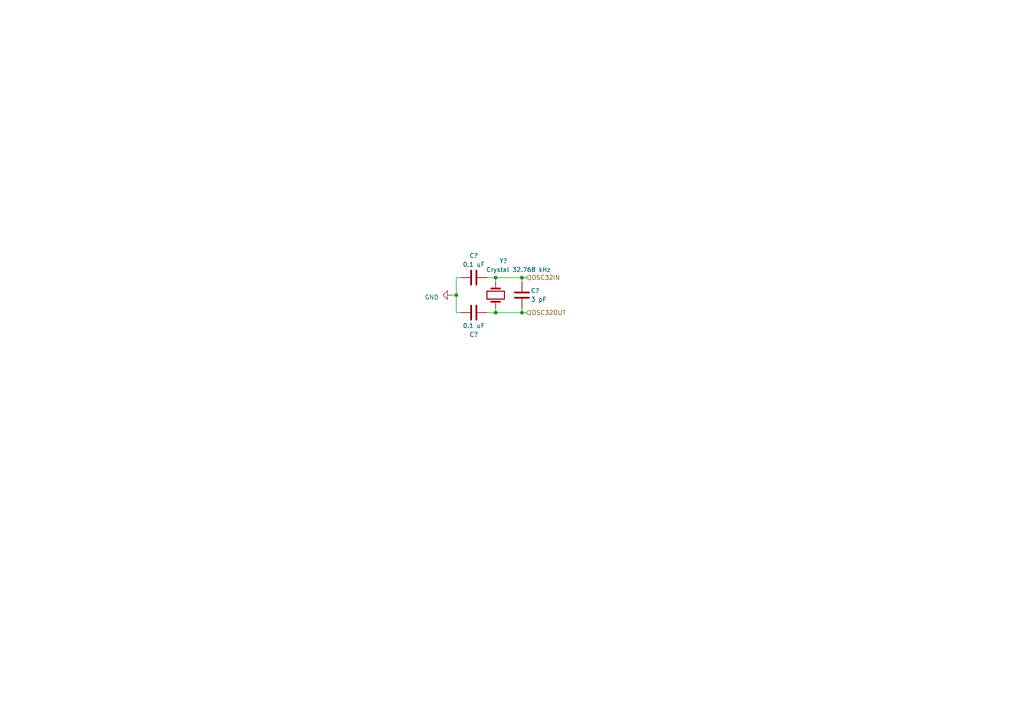
<source format=kicad_sch>
(kicad_sch
	(version 20231120)
	(generator "eeschema")
	(generator_version "8.0")
	(uuid "17311a5d-0d4c-4146-8d03-b5c5d3193419")
	(paper "A4")
	(lib_symbols
		(symbol "Device:C"
			(pin_numbers hide)
			(pin_names
				(offset 0.254)
			)
			(exclude_from_sim no)
			(in_bom yes)
			(on_board yes)
			(property "Reference" "C"
				(at 0.635 2.54 0)
				(effects
					(font
						(size 1.27 1.27)
					)
					(justify left)
				)
			)
			(property "Value" "C"
				(at 0.635 -2.54 0)
				(effects
					(font
						(size 1.27 1.27)
					)
					(justify left)
				)
			)
			(property "Footprint" ""
				(at 0.9652 -3.81 0)
				(effects
					(font
						(size 1.27 1.27)
					)
					(hide yes)
				)
			)
			(property "Datasheet" "~"
				(at 0 0 0)
				(effects
					(font
						(size 1.27 1.27)
					)
					(hide yes)
				)
			)
			(property "Description" "Unpolarized capacitor"
				(at 0 0 0)
				(effects
					(font
						(size 1.27 1.27)
					)
					(hide yes)
				)
			)
			(property "ki_keywords" "cap capacitor"
				(at 0 0 0)
				(effects
					(font
						(size 1.27 1.27)
					)
					(hide yes)
				)
			)
			(property "ki_fp_filters" "C_*"
				(at 0 0 0)
				(effects
					(font
						(size 1.27 1.27)
					)
					(hide yes)
				)
			)
			(symbol "C_0_1"
				(polyline
					(pts
						(xy -2.032 -0.762) (xy 2.032 -0.762)
					)
					(stroke
						(width 0.508)
						(type default)
					)
					(fill
						(type none)
					)
				)
				(polyline
					(pts
						(xy -2.032 0.762) (xy 2.032 0.762)
					)
					(stroke
						(width 0.508)
						(type default)
					)
					(fill
						(type none)
					)
				)
			)
			(symbol "C_1_1"
				(pin passive line
					(at 0 3.81 270)
					(length 2.794)
					(name "~"
						(effects
							(font
								(size 1.27 1.27)
							)
						)
					)
					(number "1"
						(effects
							(font
								(size 1.27 1.27)
							)
						)
					)
				)
				(pin passive line
					(at 0 -3.81 90)
					(length 2.794)
					(name "~"
						(effects
							(font
								(size 1.27 1.27)
							)
						)
					)
					(number "2"
						(effects
							(font
								(size 1.27 1.27)
							)
						)
					)
				)
			)
		)
		(symbol "Device:Crystal"
			(pin_numbers hide)
			(pin_names
				(offset 1.016) hide)
			(exclude_from_sim no)
			(in_bom yes)
			(on_board yes)
			(property "Reference" "Y"
				(at 0 3.81 0)
				(effects
					(font
						(size 1.27 1.27)
					)
				)
			)
			(property "Value" "Crystal"
				(at 0 -3.81 0)
				(effects
					(font
						(size 1.27 1.27)
					)
				)
			)
			(property "Footprint" ""
				(at 0 0 0)
				(effects
					(font
						(size 1.27 1.27)
					)
					(hide yes)
				)
			)
			(property "Datasheet" "~"
				(at 0 0 0)
				(effects
					(font
						(size 1.27 1.27)
					)
					(hide yes)
				)
			)
			(property "Description" "Two pin crystal"
				(at 0 0 0)
				(effects
					(font
						(size 1.27 1.27)
					)
					(hide yes)
				)
			)
			(property "ki_keywords" "quartz ceramic resonator oscillator"
				(at 0 0 0)
				(effects
					(font
						(size 1.27 1.27)
					)
					(hide yes)
				)
			)
			(property "ki_fp_filters" "Crystal*"
				(at 0 0 0)
				(effects
					(font
						(size 1.27 1.27)
					)
					(hide yes)
				)
			)
			(symbol "Crystal_0_1"
				(rectangle
					(start -1.143 2.54)
					(end 1.143 -2.54)
					(stroke
						(width 0.3048)
						(type default)
					)
					(fill
						(type none)
					)
				)
				(polyline
					(pts
						(xy -2.54 0) (xy -1.905 0)
					)
					(stroke
						(width 0)
						(type default)
					)
					(fill
						(type none)
					)
				)
				(polyline
					(pts
						(xy -1.905 -1.27) (xy -1.905 1.27)
					)
					(stroke
						(width 0.508)
						(type default)
					)
					(fill
						(type none)
					)
				)
				(polyline
					(pts
						(xy 1.905 -1.27) (xy 1.905 1.27)
					)
					(stroke
						(width 0.508)
						(type default)
					)
					(fill
						(type none)
					)
				)
				(polyline
					(pts
						(xy 2.54 0) (xy 1.905 0)
					)
					(stroke
						(width 0)
						(type default)
					)
					(fill
						(type none)
					)
				)
			)
			(symbol "Crystal_1_1"
				(pin passive line
					(at -3.81 0 0)
					(length 1.27)
					(name "1"
						(effects
							(font
								(size 1.27 1.27)
							)
						)
					)
					(number "1"
						(effects
							(font
								(size 1.27 1.27)
							)
						)
					)
				)
				(pin passive line
					(at 3.81 0 180)
					(length 1.27)
					(name "2"
						(effects
							(font
								(size 1.27 1.27)
							)
						)
					)
					(number "2"
						(effects
							(font
								(size 1.27 1.27)
							)
						)
					)
				)
			)
		)
		(symbol "power:GND"
			(power)
			(pin_names
				(offset 0)
			)
			(exclude_from_sim no)
			(in_bom yes)
			(on_board yes)
			(property "Reference" "#PWR"
				(at 0 -6.35 0)
				(effects
					(font
						(size 1.27 1.27)
					)
					(hide yes)
				)
			)
			(property "Value" "GND"
				(at 0 -3.81 0)
				(effects
					(font
						(size 1.27 1.27)
					)
				)
			)
			(property "Footprint" ""
				(at 0 0 0)
				(effects
					(font
						(size 1.27 1.27)
					)
					(hide yes)
				)
			)
			(property "Datasheet" ""
				(at 0 0 0)
				(effects
					(font
						(size 1.27 1.27)
					)
					(hide yes)
				)
			)
			(property "Description" "Power symbol creates a global label with name \"GND\" , ground"
				(at 0 0 0)
				(effects
					(font
						(size 1.27 1.27)
					)
					(hide yes)
				)
			)
			(property "ki_keywords" "global power"
				(at 0 0 0)
				(effects
					(font
						(size 1.27 1.27)
					)
					(hide yes)
				)
			)
			(symbol "GND_0_1"
				(polyline
					(pts
						(xy 0 0) (xy 0 -1.27) (xy 1.27 -1.27) (xy 0 -2.54) (xy -1.27 -1.27) (xy 0 -1.27)
					)
					(stroke
						(width 0)
						(type default)
					)
					(fill
						(type none)
					)
				)
			)
			(symbol "GND_1_1"
				(pin power_in line
					(at 0 0 270)
					(length 0) hide
					(name "GND"
						(effects
							(font
								(size 1.27 1.27)
							)
						)
					)
					(number "1"
						(effects
							(font
								(size 1.27 1.27)
							)
						)
					)
				)
			)
		)
	)
	(junction
		(at 151.384 80.518)
		(diameter 0)
		(color 0 0 0 0)
		(uuid "42e8d0fa-88eb-4fc9-96d1-a47df342324d")
	)
	(junction
		(at 143.764 90.678)
		(diameter 0)
		(color 0 0 0 0)
		(uuid "724d1bed-537c-4cc0-b548-56b85423b8bf")
	)
	(junction
		(at 151.384 90.678)
		(diameter 0)
		(color 0 0 0 0)
		(uuid "b825d2fe-9b88-443a-bee6-ad750fa4c7e6")
	)
	(junction
		(at 143.764 80.518)
		(diameter 0)
		(color 0 0 0 0)
		(uuid "b92d201f-3d7f-4ea0-9bb9-306475c7f7f5")
	)
	(junction
		(at 132.334 85.598)
		(diameter 0)
		(color 0 0 0 0)
		(uuid "fb15c933-fe0d-475c-a25c-cd25ef8a468d")
	)
	(wire
		(pts
			(xy 131.064 85.598) (xy 132.334 85.598)
		)
		(stroke
			(width 0)
			(type default)
		)
		(uuid "27927d20-29f8-4a6f-9e4f-81da58be0dea")
	)
	(wire
		(pts
			(xy 143.764 90.678) (xy 141.224 90.678)
		)
		(stroke
			(width 0)
			(type default)
		)
		(uuid "60078c95-c616-4f74-863c-30dc147dc8da")
	)
	(wire
		(pts
			(xy 143.764 89.408) (xy 143.764 90.678)
		)
		(stroke
			(width 0)
			(type default)
		)
		(uuid "62adbb12-58a2-4803-93e9-a992dc95c8be")
	)
	(wire
		(pts
			(xy 133.604 90.678) (xy 132.334 90.678)
		)
		(stroke
			(width 0)
			(type default)
		)
		(uuid "70b36175-ab08-467d-9d8b-410bd369872a")
	)
	(wire
		(pts
			(xy 132.334 85.598) (xy 132.334 90.678)
		)
		(stroke
			(width 0)
			(type default)
		)
		(uuid "8c78c429-f3e6-4a4d-81a1-d9198510334e")
	)
	(wire
		(pts
			(xy 132.334 80.518) (xy 132.334 85.598)
		)
		(stroke
			(width 0)
			(type default)
		)
		(uuid "a02a2e7e-fc5c-4fb7-a119-cfd540d08e15")
	)
	(wire
		(pts
			(xy 151.384 89.408) (xy 151.384 90.678)
		)
		(stroke
			(width 0)
			(type default)
		)
		(uuid "b1c177d3-5c44-4026-94cd-ce4db0aed5f2")
	)
	(wire
		(pts
			(xy 143.764 81.788) (xy 143.764 80.518)
		)
		(stroke
			(width 0)
			(type default)
		)
		(uuid "b4ba8254-f195-4680-bcc6-d317639f4528")
	)
	(wire
		(pts
			(xy 133.604 80.518) (xy 132.334 80.518)
		)
		(stroke
			(width 0)
			(type default)
		)
		(uuid "d37761f4-7f51-4fcd-b306-282300f11a43")
	)
	(wire
		(pts
			(xy 151.384 81.788) (xy 151.384 80.518)
		)
		(stroke
			(width 0)
			(type default)
		)
		(uuid "d5db0518-fe5b-4dc6-b799-4f5998de2862")
	)
	(wire
		(pts
			(xy 143.764 80.518) (xy 151.384 80.518)
		)
		(stroke
			(width 0)
			(type default)
		)
		(uuid "de622677-8f9d-4748-91c8-330b99da4856")
	)
	(wire
		(pts
			(xy 143.764 90.678) (xy 151.384 90.678)
		)
		(stroke
			(width 0)
			(type default)
		)
		(uuid "e25331ad-d8d7-435d-acb7-1e96c110cc3c")
	)
	(wire
		(pts
			(xy 143.764 80.518) (xy 141.224 80.518)
		)
		(stroke
			(width 0)
			(type default)
		)
		(uuid "e5c0d179-d12a-4877-960e-181be47bf278")
	)
	(wire
		(pts
			(xy 151.384 80.518) (xy 152.654 80.518)
		)
		(stroke
			(width 0)
			(type default)
		)
		(uuid "e753f109-8593-478b-8e69-ec635c04d788")
	)
	(wire
		(pts
			(xy 151.384 90.678) (xy 152.654 90.678)
		)
		(stroke
			(width 0)
			(type default)
		)
		(uuid "f9975848-c446-4875-99b4-7629b1a3398a")
	)
	(hierarchical_label "OSC32OUT"
		(shape input)
		(at 152.654 90.678 0)
		(fields_autoplaced yes)
		(effects
			(font
				(size 1.27 1.27)
			)
			(justify left)
		)
		(uuid "06f9f8c8-421e-4ebb-89c2-545b58196195")
	)
	(hierarchical_label "OSC32IN"
		(shape input)
		(at 152.654 80.518 0)
		(fields_autoplaced yes)
		(effects
			(font
				(size 1.27 1.27)
			)
			(justify left)
		)
		(uuid "9e0841d6-42b2-4f75-a691-a9f9115e8a9a")
	)
	(symbol
		(lib_id "Device:C")
		(at 137.414 90.678 90)
		(unit 1)
		(exclude_from_sim no)
		(in_bom yes)
		(on_board yes)
		(dnp no)
		(uuid "0800aebc-559e-417f-80bb-846a8eb68cc4")
		(property "Reference" "C?"
			(at 137.414 97.028 90)
			(effects
				(font
					(size 1.27 1.27)
				)
			)
		)
		(property "Value" "0.1 uF"
			(at 137.414 94.488 90)
			(effects
				(font
					(size 1.27 1.27)
				)
			)
		)
		(property "Footprint" ""
			(at 141.224 89.7128 0)
			(effects
				(font
					(size 1.27 1.27)
				)
				(hide yes)
			)
		)
		(property "Datasheet" "~"
			(at 137.414 90.678 0)
			(effects
				(font
					(size 1.27 1.27)
				)
				(hide yes)
			)
		)
		(property "Description" ""
			(at 137.414 90.678 0)
			(effects
				(font
					(size 1.27 1.27)
				)
				(hide yes)
			)
		)
		(pin "1"
			(uuid "734899ba-54d2-4c84-a51c-e9e08fc661d9")
		)
		(pin "2"
			(uuid "feb72f5a-dbcb-4459-9c64-a35f5a4670ae")
		)
		(instances
			(project "BlackBoxBLSI"
				(path "/98ddc91a-caee-41b7-bd1d-3a5466cb9ed7/ca6e015a-a638-413b-8529-535478f4ab5b"
					(reference "C?")
					(unit 1)
				)
			)
		)
	)
	(symbol
		(lib_id "Device:C")
		(at 151.384 85.598 0)
		(unit 1)
		(exclude_from_sim no)
		(in_bom yes)
		(on_board yes)
		(dnp no)
		(uuid "130f4b8b-9826-4dfa-bede-1ae6a2eea941")
		(property "Reference" "C?"
			(at 153.924 84.328 0)
			(effects
				(font
					(size 1.27 1.27)
				)
				(justify left)
			)
		)
		(property "Value" "3 pF"
			(at 153.924 86.868 0)
			(effects
				(font
					(size 1.27 1.27)
				)
				(justify left)
			)
		)
		(property "Footprint" ""
			(at 152.3492 89.408 0)
			(effects
				(font
					(size 1.27 1.27)
				)
				(hide yes)
			)
		)
		(property "Datasheet" "~"
			(at 151.384 85.598 0)
			(effects
				(font
					(size 1.27 1.27)
				)
				(hide yes)
			)
		)
		(property "Description" ""
			(at 151.384 85.598 0)
			(effects
				(font
					(size 1.27 1.27)
				)
				(hide yes)
			)
		)
		(property "DigiKey Search" "https://www.digikey.com/en/products/filter/ceramic-capacitors/60?s=N4IgjCBcoEwAwBYCcVQGMoDMCGAbAzgKYA0IA9lANogDMABAA4BiIAuqQwC5QgCqAdgEtOAeUwBZQtnwBXAE6EQAXyWkYVWo0x0AwtgbY0wsnLZKgA"
			(at 151.384 85.598 0)
			(effects
				(font
					(size 1.27 1.27)
				)
				(hide yes)
			)
		)
		(property "Field5" ""
			(at 151.384 85.598 0)
			(effects
				(font
					(size 1.27 1.27)
				)
				(hide yes)
			)
		)
		(pin "1"
			(uuid "c5cf0ebe-aed5-4206-9868-7edfcbef012f")
		)
		(pin "2"
			(uuid "16bc68bf-e824-49af-9c53-bc7ce63e5a2d")
		)
		(instances
			(project "BlackBoxBLSI"
				(path "/98ddc91a-caee-41b7-bd1d-3a5466cb9ed7/ca6e015a-a638-413b-8529-535478f4ab5b"
					(reference "C?")
					(unit 1)
				)
			)
		)
	)
	(symbol
		(lib_id "Device:C")
		(at 137.414 80.518 270)
		(unit 1)
		(exclude_from_sim no)
		(in_bom yes)
		(on_board yes)
		(dnp no)
		(fields_autoplaced yes)
		(uuid "75a33451-8927-4d36-863f-eaad9b43cb11")
		(property "Reference" "C?"
			(at 137.414 74.168 90)
			(effects
				(font
					(size 1.27 1.27)
				)
			)
		)
		(property "Value" "0.1 uF"
			(at 137.414 76.708 90)
			(effects
				(font
					(size 1.27 1.27)
				)
			)
		)
		(property "Footprint" ""
			(at 133.604 81.4832 0)
			(effects
				(font
					(size 1.27 1.27)
				)
				(hide yes)
			)
		)
		(property "Datasheet" "~"
			(at 137.414 80.518 0)
			(effects
				(font
					(size 1.27 1.27)
				)
				(hide yes)
			)
		)
		(property "Description" ""
			(at 137.414 80.518 0)
			(effects
				(font
					(size 1.27 1.27)
				)
				(hide yes)
			)
		)
		(pin "1"
			(uuid "bf07e007-f2c9-4856-8c6e-489d2a87a3b6")
		)
		(pin "2"
			(uuid "4dac7297-a669-4d6c-a276-36c83add1d66")
		)
		(instances
			(project "BlackBoxBLSI"
				(path "/98ddc91a-caee-41b7-bd1d-3a5466cb9ed7/ca6e015a-a638-413b-8529-535478f4ab5b"
					(reference "C?")
					(unit 1)
				)
			)
		)
	)
	(symbol
		(lib_id "power:GND")
		(at 131.064 85.598 270)
		(unit 1)
		(exclude_from_sim no)
		(in_bom yes)
		(on_board yes)
		(dnp no)
		(fields_autoplaced yes)
		(uuid "906001ad-c09c-4b35-b17c-578b670846cf")
		(property "Reference" "#PWR054"
			(at 124.714 85.598 0)
			(effects
				(font
					(size 1.27 1.27)
				)
				(hide yes)
			)
		)
		(property "Value" "GND"
			(at 127.254 86.233 90)
			(effects
				(font
					(size 1.27 1.27)
				)
				(justify right)
			)
		)
		(property "Footprint" ""
			(at 131.064 85.598 0)
			(effects
				(font
					(size 1.27 1.27)
				)
				(hide yes)
			)
		)
		(property "Datasheet" ""
			(at 131.064 85.598 0)
			(effects
				(font
					(size 1.27 1.27)
				)
				(hide yes)
			)
		)
		(property "Description" ""
			(at 131.064 85.598 0)
			(effects
				(font
					(size 1.27 1.27)
				)
				(hide yes)
			)
		)
		(pin "1"
			(uuid "a1dd081f-2482-4be4-a27b-47d9e96625bd")
		)
		(instances
			(project "BlackBoxBLSI"
				(path "/98ddc91a-caee-41b7-bd1d-3a5466cb9ed7/ca6e015a-a638-413b-8529-535478f4ab5b"
					(reference "#PWR054")
					(unit 1)
				)
			)
		)
	)
	(symbol
		(lib_id "Device:Crystal")
		(at 143.764 85.598 90)
		(unit 1)
		(exclude_from_sim no)
		(in_bom yes)
		(on_board yes)
		(dnp no)
		(uuid "aef65d05-0a85-49ce-9877-ae6ef8ee1c3b")
		(property "Reference" "Y?"
			(at 144.78 75.692 90)
			(effects
				(font
					(size 1.27 1.27)
				)
				(justify right)
			)
		)
		(property "Value" "Crystal 32.768 kHz"
			(at 140.97 78.232 90)
			(effects
				(font
					(size 1.27 1.27)
				)
				(justify right)
			)
		)
		(property "Footprint" ""
			(at 143.764 85.598 0)
			(effects
				(font
					(size 1.27 1.27)
				)
				(hide yes)
			)
		)
		(property "Datasheet" "~"
			(at 143.764 85.598 0)
			(effects
				(font
					(size 1.27 1.27)
				)
				(hide yes)
			)
		)
		(property "Description" ""
			(at 143.764 85.598 0)
			(effects
				(font
					(size 1.27 1.27)
				)
				(hide yes)
			)
		)
		(pin "1"
			(uuid "cde2cbe7-5c9f-412b-b72b-9da7b0623ad3")
		)
		(pin "2"
			(uuid "d828080d-19e6-4326-ad89-770979d4446f")
		)
		(instances
			(project "BlackBoxBLSI"
				(path "/98ddc91a-caee-41b7-bd1d-3a5466cb9ed7/ca6e015a-a638-413b-8529-535478f4ab5b"
					(reference "Y?")
					(unit 1)
				)
			)
		)
	)
)
</source>
